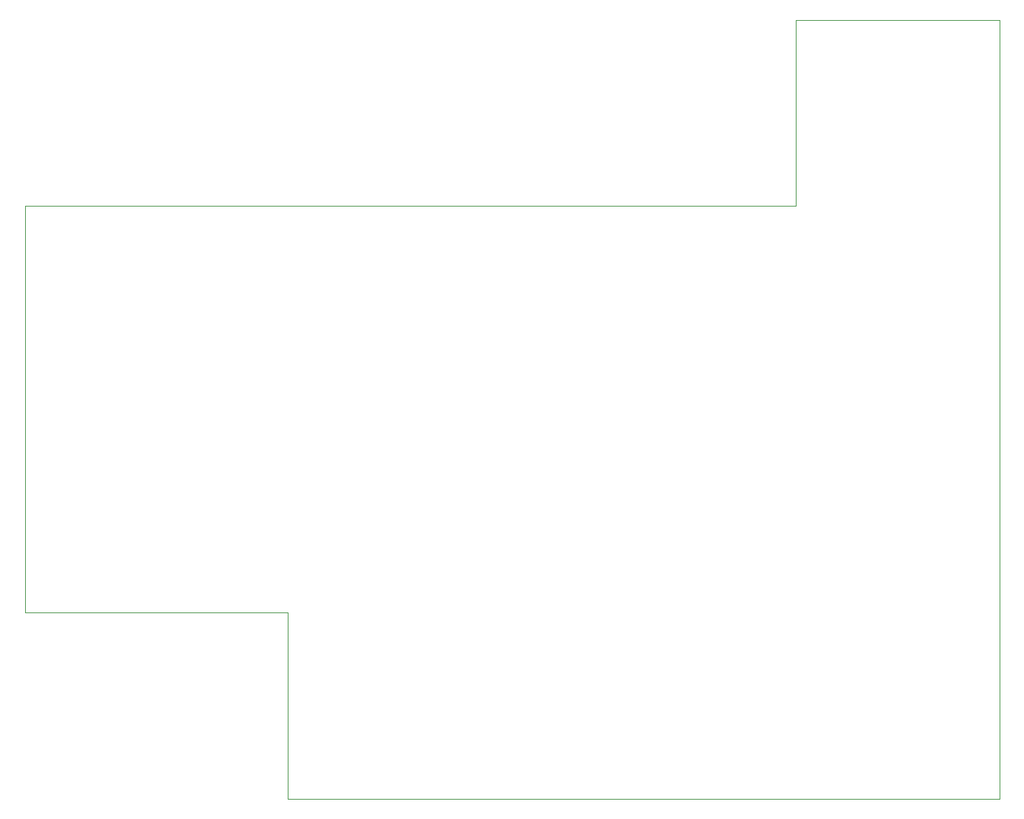
<source format=gm1>
G04 #@! TF.GenerationSoftware,KiCad,Pcbnew,5.1.9+dfsg1-1~bpo10+1*
G04 #@! TF.CreationDate,2021-11-10T17:09:55+00:00*
G04 #@! TF.ProjectId,dropbot_control_board,64726f70-626f-4745-9f63-6f6e74726f6c,v3.6*
G04 #@! TF.SameCoordinates,Original*
G04 #@! TF.FileFunction,Profile,NP*
%FSLAX46Y46*%
G04 Gerber Fmt 4.6, Leading zero omitted, Abs format (unit mm)*
G04 Created by KiCad (PCBNEW 5.1.9+dfsg1-1~bpo10+1) date 2021-11-10 17:09:55*
%MOMM*%
%LPD*%
G01*
G04 APERTURE LIST*
G04 #@! TA.AperFunction,Profile*
%ADD10C,0.100000*%
G04 #@! TD*
G04 APERTURE END LIST*
D10*
X33000000Y-43000000D02*
X124000000Y-43000000D01*
X33000000Y-91000000D02*
X64000000Y-91000000D01*
X33000000Y-43000000D02*
X33000000Y-91000000D01*
X64000000Y-91000000D02*
X64000000Y-113000000D01*
X124000000Y-21000000D02*
X124000000Y-43000000D01*
X148000000Y-21000000D02*
X148000000Y-113000000D01*
X124000000Y-21000000D02*
X148000000Y-21000000D01*
X64000000Y-113000000D02*
X148000000Y-113000000D01*
M02*

</source>
